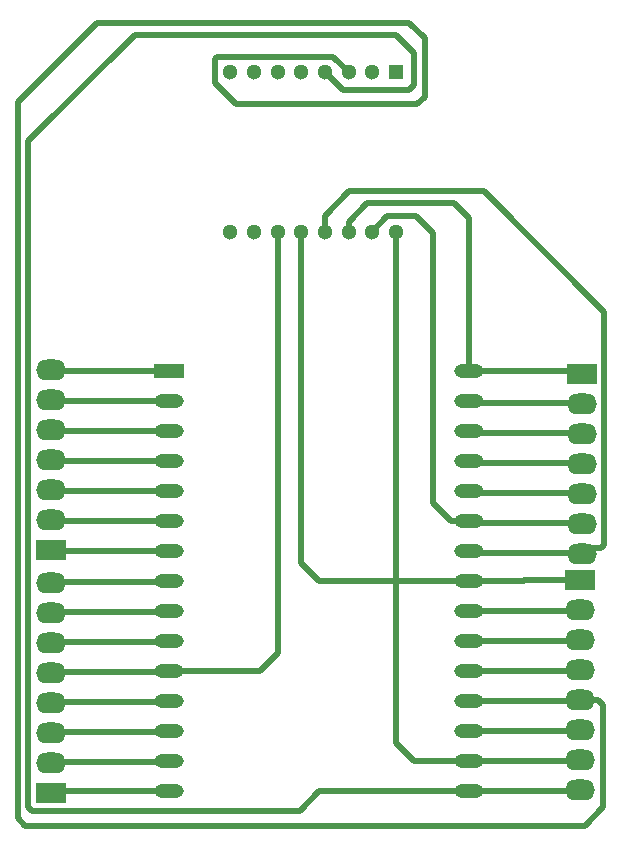
<source format=gbl>
G04*
G04 #@! TF.GenerationSoftware,Altium Limited,Altium Designer,21.3.2 (30)*
G04*
G04 Layer_Physical_Order=2*
G04 Layer_Color=16711680*
%FSLAX44Y44*%
%MOMM*%
G71*
G04*
G04 #@! TF.SameCoordinates,15FDCA04-2CEF-4106-A30F-2144B3535DD6*
G04*
G04*
G04 #@! TF.FilePolarity,Positive*
G04*
G01*
G75*
%ADD10C,0.5080*%
%ADD11R,1.3000X1.3000*%
%ADD12C,1.3000*%
%ADD13R,2.5000X1.2000*%
%ADD14O,2.5000X1.2000*%
%ADD15R,2.5400X1.7780*%
%ADD16O,2.5400X1.7780*%
D10*
X814705Y810895D02*
X913765D01*
X814070Y811530D02*
X814705Y810895D01*
X913765D02*
X914400Y810260D01*
X814705Y785495D02*
X913765D01*
X914400Y784860D01*
X814070Y786130D02*
X814705Y785495D01*
Y760095D02*
X913765D01*
X814070Y760730D02*
X814705Y760095D01*
X913765D02*
X914400Y759460D01*
X814705Y734695D02*
X913765D01*
X914400Y734060D01*
X814070Y735330D02*
X814705Y734695D01*
Y709295D02*
X913765D01*
X914400Y708660D01*
X814070Y709930D02*
X814705Y709295D01*
Y683895D02*
X913765D01*
X914400Y683260D01*
X814070Y684530D02*
X814705Y683895D01*
X815340Y657860D02*
X914400D01*
X814070Y659130D02*
X815340Y657860D01*
X814705Y631825D02*
X913765D01*
X914400Y632460D01*
X814070Y631190D02*
X814705Y631825D01*
Y606425D02*
X913765D01*
X814070Y605790D02*
X814705Y606425D01*
X913765D02*
X914400Y607060D01*
X814705Y581025D02*
X913765D01*
X914400Y581660D01*
X814070Y580390D02*
X814705Y581025D01*
Y555625D02*
X913765D01*
X814070Y554990D02*
X814705Y555625D01*
X913765D02*
X914400Y556260D01*
X814705Y530225D02*
X913765D01*
X914400Y530860D01*
X814070Y529590D02*
X814705Y530225D01*
Y504825D02*
X913765D01*
X814070Y504190D02*
X814705Y504825D01*
X913765D02*
X914400Y505460D01*
X814705Y479425D02*
X913765D01*
X814070Y478790D02*
X814705Y479425D01*
X913765D02*
X914400Y480060D01*
X815340Y454660D02*
X914400D01*
X814070Y453390D02*
X815340Y454660D01*
X1169035Y455295D02*
X1261745D01*
X1168400Y454660D02*
X1169035Y455295D01*
X1261745D02*
X1262380Y455930D01*
X1169035Y480695D02*
X1261745D01*
X1168400Y480060D02*
X1169035Y480695D01*
X1261745D02*
X1262380Y481330D01*
X1169035Y506095D02*
X1261745D01*
X1262380Y506730D01*
X1168400Y505460D02*
X1169035Y506095D01*
Y531495D02*
X1261745D01*
X1168400Y530860D02*
X1169035Y531495D01*
X1261745D02*
X1262380Y532130D01*
X1169035Y556895D02*
X1261745D01*
X1168400Y556260D02*
X1169035Y556895D01*
X1261745D02*
X1262380Y557530D01*
X1169035Y582295D02*
X1261745D01*
X1262380Y582930D01*
X1168400Y581660D02*
X1169035Y582295D01*
Y607695D02*
X1261745D01*
X1262380Y608330D01*
X1168400Y607060D02*
X1169035Y607695D01*
X1263650Y660400D02*
X1279525D01*
X1169670Y656590D02*
X1262380D01*
X1263650Y655320D01*
X1168400Y657860D02*
X1169670Y656590D01*
X1262380Y681990D02*
X1263650Y680720D01*
X1169670Y681990D02*
X1262380D01*
X1168400Y683260D02*
X1169670Y681990D01*
X1168400Y708660D02*
X1169670Y707390D01*
X1262380D01*
X1263650Y706120D01*
X1169670Y732790D02*
X1262380D01*
X1168400Y734060D02*
X1169670Y732790D01*
X1262380D02*
X1263650Y731520D01*
X1168400Y759460D02*
X1169670Y758190D01*
X1262380D01*
X1263650Y756920D01*
X1169670Y783590D02*
X1262380D01*
X1168400Y784860D02*
X1169670Y783590D01*
X1262380D02*
X1263650Y782320D01*
X1168400Y810260D02*
X1261110D01*
X1263650Y807720D01*
X1046160Y1063370D02*
X1061272Y1048258D01*
X1117600D01*
X1121664Y1052322D01*
Y1079500D01*
X1106170Y1094994D02*
X1121664Y1079500D01*
X885190Y1094994D02*
X1106170D01*
X795020Y1004824D02*
X885190Y1094994D01*
X795020Y441325D02*
Y1004824D01*
Y441325D02*
X798195Y438150D01*
X1024890D01*
X1041400Y454660D01*
X1168400D01*
X1066160Y928370D02*
Y937001D01*
X1082167Y953008D01*
X1155700D01*
X1168400Y940308D01*
Y810260D02*
Y940308D01*
Y632460D02*
X1214120D01*
X1215390Y633730D01*
X1262380D01*
X1041400Y632460D02*
X1168400D01*
X1026160Y647700D02*
X1041400Y632460D01*
X1026160Y647700D02*
Y928370D01*
X1053078Y1076452D02*
X1066160Y1063370D01*
X955040Y1076452D02*
X1053078D01*
X953262Y1074674D02*
X955040Y1076452D01*
X953262Y1054100D02*
Y1074674D01*
Y1054100D02*
X971042Y1036320D01*
X1124204D01*
X1130554Y1042670D01*
Y1092454D01*
X1117600Y1105408D02*
X1130554Y1092454D01*
X852932Y1105408D02*
X1117600D01*
X786130Y1038606D02*
X852932Y1105408D01*
X786130Y431800D02*
Y1038606D01*
Y431800D02*
X792480Y425450D01*
X1265936D01*
X1281430Y440944D01*
Y527812D01*
X1277112Y532130D02*
X1281430Y527812D01*
X1262380Y532130D02*
X1277112D01*
X1086160Y928370D02*
X1099114Y941324D01*
X1123188D01*
X1137412Y927100D01*
Y698500D02*
Y927100D01*
Y698500D02*
X1152652Y683260D01*
X1168400D01*
X1106160Y495300D02*
Y928370D01*
Y495300D02*
X1121400Y480060D01*
X1168400D01*
X1279525Y660400D02*
X1282700Y663575D01*
Y860552D01*
X1180592Y962660D02*
X1282700Y860552D01*
X1066800Y962660D02*
X1180592D01*
X1046160Y942020D02*
X1066800Y962660D01*
X1046160Y928370D02*
Y942020D01*
X914400Y556260D02*
X990920D01*
X1006160Y571500D01*
Y928370D01*
D11*
X1106160Y1063370D02*
D03*
D12*
X1086160D02*
D03*
X1066160D02*
D03*
X1046160D02*
D03*
X1026160D02*
D03*
X1006160D02*
D03*
X986160D02*
D03*
X966160D02*
D03*
X1106160Y928370D02*
D03*
X1086160D02*
D03*
X1066160D02*
D03*
X1046160D02*
D03*
X1026160D02*
D03*
X1006160D02*
D03*
X986160D02*
D03*
X966160D02*
D03*
D13*
X914400Y810260D02*
D03*
D14*
Y784860D02*
D03*
Y759460D02*
D03*
Y734060D02*
D03*
Y708660D02*
D03*
Y683260D02*
D03*
Y657860D02*
D03*
Y632460D02*
D03*
Y607060D02*
D03*
Y581660D02*
D03*
Y556260D02*
D03*
Y530860D02*
D03*
Y505460D02*
D03*
Y480060D02*
D03*
Y454660D02*
D03*
X1168400Y810260D02*
D03*
Y784860D02*
D03*
Y759460D02*
D03*
Y734060D02*
D03*
Y708660D02*
D03*
Y683260D02*
D03*
Y657860D02*
D03*
Y632460D02*
D03*
Y607060D02*
D03*
Y581660D02*
D03*
Y556260D02*
D03*
Y530860D02*
D03*
Y505460D02*
D03*
Y480060D02*
D03*
Y454660D02*
D03*
D15*
X1263650Y807720D02*
D03*
X814070Y659130D02*
D03*
Y453390D02*
D03*
X1262380Y633730D02*
D03*
D16*
X1263650Y782320D02*
D03*
Y756920D02*
D03*
Y731520D02*
D03*
Y706120D02*
D03*
Y680720D02*
D03*
Y655320D02*
D03*
X814070Y684530D02*
D03*
Y709930D02*
D03*
Y735330D02*
D03*
Y760730D02*
D03*
Y786130D02*
D03*
Y811530D02*
D03*
Y631190D02*
D03*
Y605790D02*
D03*
Y580390D02*
D03*
Y554990D02*
D03*
Y529590D02*
D03*
Y504190D02*
D03*
Y478790D02*
D03*
X1262380Y455930D02*
D03*
Y481330D02*
D03*
Y506730D02*
D03*
Y532130D02*
D03*
Y557530D02*
D03*
Y582930D02*
D03*
Y608330D02*
D03*
M02*

</source>
